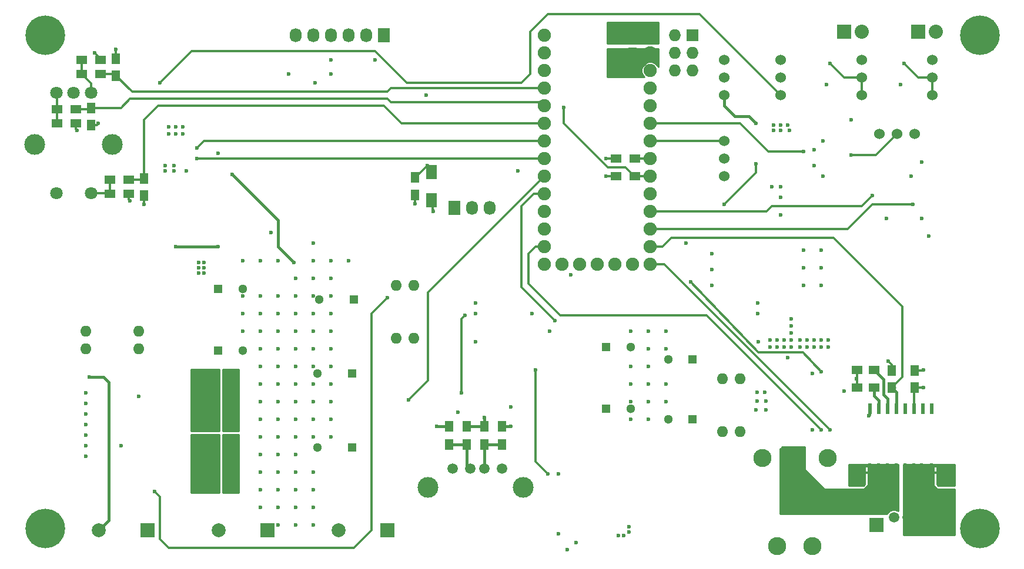
<source format=gbl>
G04 #@! TF.FileFunction,Copper,L4,Bot,Signal*
%FSLAX46Y46*%
G04 Gerber Fmt 4.6, Leading zero omitted, Abs format (unit mm)*
G04 Created by KiCad (PCBNEW (2015-06-14 BZR 5748)-product) date Saturday, August 01, 2015 'AMt' 10:31:55 AM*
%MOMM*%
G01*
G04 APERTURE LIST*
%ADD10C,0.100000*%
%ADD11R,2.032000X2.032000*%
%ADD12O,2.032000X2.032000*%
%ADD13R,2.000000X2.000000*%
%ADD14C,2.000000*%
%ADD15R,1.300000X1.300000*%
%ADD16C,1.300000*%
%ADD17R,1.250000X1.500000*%
%ADD18R,1.600000X2.000000*%
%ADD19C,1.501140*%
%ADD20C,2.999740*%
%ADD21R,1.727200X1.727200*%
%ADD22O,1.727200X1.727200*%
%ADD23R,1.727200X2.032000*%
%ADD24O,1.727200X2.032000*%
%ADD25R,1.300000X1.500000*%
%ADD26R,1.500000X1.300000*%
%ADD27C,1.800000*%
%ADD28C,3.000000*%
%ADD29C,1.524000*%
%ADD30C,2.612000*%
%ADD31O,1.600000X1.600000*%
%ADD32C,1.900000*%
%ADD33R,1.500000X1.250000*%
%ADD34R,0.600000X1.500000*%
%ADD35C,5.700000*%
%ADD36C,1.500000*%
%ADD37C,0.600000*%
%ADD38C,0.304800*%
%ADD39C,0.406400*%
%ADD40C,0.203200*%
%ADD41C,0.254000*%
G04 APERTURE END LIST*
D10*
D11*
X238506000Y-23368000D03*
D12*
X241046000Y-23368000D03*
D13*
X138120000Y-95250000D03*
D14*
X131120000Y-95250000D03*
D15*
X167640000Y-83312000D03*
D16*
X162640000Y-83312000D03*
D15*
X167894000Y-61976000D03*
D16*
X162894000Y-61976000D03*
D15*
X167640000Y-72644000D03*
D16*
X162640000Y-72644000D03*
X151836000Y-69342000D03*
D15*
X148336000Y-69342000D03*
D16*
X151836000Y-60452000D03*
D15*
X148336000Y-60452000D03*
D17*
X248666000Y-74656000D03*
X248666000Y-72156000D03*
X245364000Y-74656000D03*
X245364000Y-72156000D03*
D16*
X213162000Y-79248000D03*
D15*
X216662000Y-79248000D03*
D16*
X213162000Y-70612000D03*
D15*
X216662000Y-70612000D03*
D17*
X176657000Y-44343000D03*
X176657000Y-46843000D03*
D16*
X207716000Y-68834000D03*
D15*
X204216000Y-68834000D03*
D16*
X207716000Y-77724000D03*
D15*
X204216000Y-77724000D03*
D18*
X205740000Y-24162000D03*
X205740000Y-28162000D03*
D17*
X208026000Y-23896000D03*
X208026000Y-26396000D03*
X130048000Y-34310000D03*
X130048000Y-36810000D03*
X133604000Y-29698000D03*
X133604000Y-27198000D03*
X137668000Y-44470000D03*
X137668000Y-46970000D03*
D19*
X189230860Y-86357880D03*
X186690860Y-86357880D03*
X184658860Y-86357880D03*
X182118860Y-86357880D03*
D20*
X192278860Y-89024880D03*
X178562860Y-89024880D03*
D11*
X249174000Y-23368000D03*
D12*
X251714000Y-23368000D03*
D21*
X216662000Y-23876000D03*
D22*
X214122000Y-23876000D03*
X216662000Y-26416000D03*
X214122000Y-26416000D03*
X216662000Y-28956000D03*
X214122000Y-28956000D03*
D23*
X172212000Y-23876000D03*
D24*
X169672000Y-23876000D03*
X167132000Y-23876000D03*
X164592000Y-23876000D03*
X162052000Y-23876000D03*
X159512000Y-23876000D03*
D25*
X184150000Y-80184000D03*
X184150000Y-82884000D03*
X186690000Y-80184000D03*
X186690000Y-82884000D03*
X181610000Y-82884000D03*
X181610000Y-80184000D03*
X189230000Y-82884000D03*
X189230000Y-80184000D03*
D26*
X135462000Y-46736000D03*
X132762000Y-46736000D03*
X131398000Y-27432000D03*
X128698000Y-27432000D03*
X127842000Y-36576000D03*
X125142000Y-36576000D03*
X135462000Y-44704000D03*
X132762000Y-44704000D03*
X131398000Y-29464000D03*
X128698000Y-29464000D03*
X127842000Y-34544000D03*
X125142000Y-34544000D03*
X205660000Y-41656000D03*
X208360000Y-41656000D03*
X205660000Y-44196000D03*
X208360000Y-44196000D03*
D27*
X130008000Y-46624000D03*
X130008000Y-32124000D03*
X127508000Y-32124000D03*
X125008000Y-32124000D03*
X125008000Y-46624000D03*
D28*
X121908000Y-39624000D03*
X133108000Y-39624000D03*
D29*
X229362000Y-29972000D03*
X229362000Y-27432000D03*
X229362000Y-32512000D03*
X251206000Y-29972000D03*
X251206000Y-27432000D03*
X251206000Y-32512000D03*
X241046000Y-29972000D03*
X241046000Y-27432000D03*
X241046000Y-32512000D03*
X221234000Y-29972000D03*
X221234000Y-27432000D03*
X221234000Y-32512000D03*
X246126000Y-38100000D03*
X243586000Y-38100000D03*
X248666000Y-38100000D03*
X221234000Y-41656000D03*
X221234000Y-39116000D03*
X221234000Y-44196000D03*
D30*
X226694000Y-84836000D03*
X231394000Y-84836000D03*
X236094000Y-84836000D03*
X228854000Y-97536000D03*
X233934000Y-97536000D03*
D31*
X129286000Y-66548000D03*
X129286000Y-69088000D03*
X136906000Y-69088000D03*
X136906000Y-66548000D03*
X223520000Y-81026000D03*
X220980000Y-81026000D03*
X220980000Y-73406000D03*
X223520000Y-73406000D03*
D32*
X195326000Y-26416000D03*
X195326000Y-28956000D03*
X195326000Y-31496000D03*
X195326000Y-34036000D03*
X195326000Y-36576000D03*
X195326000Y-39116000D03*
X195326000Y-41656000D03*
X195326000Y-44196000D03*
X195326000Y-46736000D03*
X195326000Y-49276000D03*
X195326000Y-51816000D03*
X195326000Y-54356000D03*
X195326000Y-56896000D03*
X210566000Y-56896000D03*
X210566000Y-54356000D03*
X210566000Y-51816000D03*
X210566000Y-49276000D03*
X210566000Y-46736000D03*
X210566000Y-44196000D03*
X210566000Y-41656000D03*
X210566000Y-39116000D03*
X210566000Y-36576000D03*
X210566000Y-34036000D03*
X210566000Y-31496000D03*
X210566000Y-28956000D03*
X210566000Y-26416000D03*
X210566000Y-23876000D03*
X195326000Y-23876000D03*
X197866000Y-56896000D03*
X200406000Y-56896000D03*
X202946000Y-56896000D03*
X205486000Y-56896000D03*
X208026000Y-56896000D03*
D31*
X173990000Y-67564000D03*
X176530000Y-67564000D03*
X176530000Y-59944000D03*
X173990000Y-59944000D03*
D23*
X182372000Y-48768000D03*
D24*
X184912000Y-48768000D03*
X187452000Y-48768000D03*
D33*
X242804000Y-74676000D03*
X240304000Y-74676000D03*
X242804000Y-72136000D03*
X240304000Y-72136000D03*
D34*
X251079000Y-86946000D03*
X249809000Y-86946000D03*
X248539000Y-86946000D03*
X247269000Y-86946000D03*
X245999000Y-86946000D03*
X244729000Y-86946000D03*
X243459000Y-86946000D03*
X242189000Y-86946000D03*
X242189000Y-77646000D03*
X243459000Y-77646000D03*
X244729000Y-77646000D03*
X245999000Y-77646000D03*
X247269000Y-77646000D03*
X248539000Y-77646000D03*
X249809000Y-77646000D03*
X251079000Y-77646000D03*
D13*
X155392000Y-95250000D03*
D14*
X148392000Y-95250000D03*
D13*
X243134000Y-94488000D03*
D14*
X250134000Y-94488000D03*
D13*
X172664000Y-95250000D03*
D14*
X165664000Y-95250000D03*
D18*
X179070000Y-43593000D03*
X179070000Y-47593000D03*
D35*
X123396240Y-23876000D03*
X123444000Y-94996000D03*
X258064000Y-94996000D03*
X258064000Y-23876000D03*
D36*
X247634000Y-93304000D03*
X245634000Y-93304000D03*
D37*
X249936000Y-74676000D03*
X134366000Y-83058000D03*
X249682000Y-42164000D03*
X244602000Y-50292000D03*
X246634000Y-30988000D03*
X235966000Y-30988000D03*
X235458000Y-44196000D03*
X229362000Y-45720000D03*
X229362000Y-49784000D03*
X158496000Y-29464000D03*
X162306000Y-30734000D03*
X204216000Y-41656000D03*
X204216000Y-44196000D03*
X229870000Y-67818000D03*
X228854000Y-67818000D03*
X227838000Y-67818000D03*
X227838000Y-68834000D03*
X228854000Y-68834000D03*
X229870000Y-68834000D03*
X230886000Y-68834000D03*
X230886000Y-67818000D03*
X230886000Y-66802000D03*
X230886000Y-65786000D03*
X230886000Y-64770000D03*
X232156000Y-67818000D03*
X232156000Y-68834000D03*
X233172000Y-68834000D03*
X233172000Y-67818000D03*
X234188000Y-67818000D03*
X234188000Y-68834000D03*
X235204000Y-68834000D03*
X235204000Y-67818000D03*
X236220000Y-67818000D03*
X236220000Y-68834000D03*
X178435000Y-42672000D03*
X178308000Y-32512000D03*
X204724000Y-22606000D03*
X205994000Y-22606000D03*
X207264000Y-22606000D03*
X208788000Y-22606000D03*
X234188000Y-42672000D03*
X130556000Y-26416000D03*
X135636000Y-47752000D03*
X128016000Y-37592000D03*
X212852000Y-69088000D03*
X212852000Y-66548000D03*
X210312000Y-66548000D03*
X207772000Y-66548000D03*
X210312000Y-69088000D03*
X207772000Y-71628000D03*
X210312000Y-71628000D03*
X210312000Y-79248000D03*
X207772000Y-79248000D03*
X210312000Y-76708000D03*
X207772000Y-76708000D03*
X207772000Y-74168000D03*
X210312000Y-74168000D03*
X212852000Y-74168000D03*
X212852000Y-76708000D03*
X156972000Y-94488000D03*
X154432000Y-91948000D03*
X156972000Y-91948000D03*
X159512000Y-91948000D03*
X162052000Y-91948000D03*
X162052000Y-94488000D03*
X159512000Y-94488000D03*
X154432000Y-89408000D03*
X156972000Y-89408000D03*
X159512000Y-89408000D03*
X162052000Y-89408000D03*
X162052000Y-86868000D03*
X159512000Y-86868000D03*
X156972000Y-86868000D03*
X154432000Y-86868000D03*
X154432000Y-84328000D03*
X156972000Y-84328000D03*
X159512000Y-84328000D03*
X164592000Y-81788000D03*
X162052000Y-81788000D03*
X159512000Y-81788000D03*
X156972000Y-81788000D03*
X154432000Y-81788000D03*
X154432000Y-79248000D03*
X156972000Y-79248000D03*
X159512000Y-79248000D03*
X197358000Y-95758000D03*
X197358000Y-87122000D03*
X207518000Y-95504000D03*
X207518000Y-94742000D03*
X206756000Y-96012000D03*
X205994000Y-96012000D03*
X198628000Y-98044000D03*
X164592000Y-76708000D03*
X164592000Y-79248000D03*
X162052000Y-79248000D03*
X162052000Y-76708000D03*
X159512000Y-76708000D03*
X156972000Y-76708000D03*
X154432000Y-76708000D03*
X154432000Y-74168000D03*
X156972000Y-74168000D03*
X159512000Y-74168000D03*
X162052000Y-74168000D03*
X164592000Y-74168000D03*
X164592000Y-64008000D03*
X164592000Y-66548000D03*
X164592000Y-69088000D03*
X164592000Y-71628000D03*
X154432000Y-71628000D03*
X156972000Y-71628000D03*
X159512000Y-71628000D03*
X162052000Y-71628000D03*
X162052000Y-69088000D03*
X159512000Y-69088000D03*
X156972000Y-69088000D03*
X154432000Y-69088000D03*
X151892000Y-56388000D03*
X154432000Y-56388000D03*
X156972000Y-56388000D03*
X167132000Y-56388000D03*
X164592000Y-56388000D03*
X162052000Y-53848000D03*
X162052000Y-56388000D03*
X151892000Y-66548000D03*
X154432000Y-66548000D03*
X156972000Y-66548000D03*
X159512000Y-66548000D03*
X162052000Y-66548000D03*
X162052000Y-64008000D03*
X159512000Y-64008000D03*
X156972000Y-64008000D03*
X154432000Y-64008000D03*
X151892000Y-64008000D03*
X151892000Y-61468000D03*
X154432000Y-61468000D03*
X156972000Y-61468000D03*
X159512000Y-61468000D03*
X162052000Y-61468000D03*
X164592000Y-61468000D03*
X164592000Y-58928000D03*
X162052000Y-58928000D03*
X159512000Y-58928000D03*
X227203000Y-76581000D03*
X225933000Y-76581000D03*
X227203000Y-77851000D03*
X225806000Y-77851000D03*
X225933000Y-75311000D03*
X227076000Y-75311000D03*
X196088000Y-66548000D03*
X182880000Y-78232000D03*
X140716000Y-43434000D03*
X141986000Y-43434000D03*
X143764000Y-43434000D03*
X141986000Y-42672000D03*
X140716000Y-42672000D03*
X185420000Y-64008000D03*
X185420000Y-62484000D03*
X185420000Y-68072000D03*
X249682000Y-50292000D03*
X226123500Y-68008500D03*
X226060000Y-62484000D03*
X226060000Y-64008000D03*
X232664000Y-59944000D03*
X235204000Y-59944000D03*
X235204000Y-57404000D03*
X232664000Y-57404000D03*
X232664000Y-54864000D03*
X235204000Y-54864000D03*
X230378000Y-36830000D03*
X230632000Y-37592000D03*
X229362000Y-37592000D03*
X229362000Y-36830000D03*
X228346000Y-36830000D03*
X228346000Y-37592000D03*
X233934000Y-80772000D03*
X233934000Y-72644000D03*
X193548000Y-64008000D03*
X129286000Y-81534000D03*
X129286000Y-83058000D03*
X129286000Y-84582000D03*
X129286000Y-78486000D03*
X129286000Y-80010000D03*
X129286000Y-75438000D03*
X129286000Y-76962000D03*
X136906000Y-75946000D03*
X249936000Y-72136000D03*
X244856000Y-70866000D03*
X240284000Y-73406000D03*
X242062000Y-78740000D03*
X199898000Y-97028000D03*
X250698000Y-52832000D03*
X248158000Y-44196000D03*
X239522000Y-36068000D03*
X235458000Y-39116000D03*
X229362000Y-47244000D03*
X190500000Y-80264000D03*
X179832000Y-80264000D03*
X176657000Y-48133000D03*
X228092000Y-45720000D03*
X208026000Y-27686000D03*
X164592000Y-27432000D03*
X164592000Y-29464000D03*
X170942000Y-27432000D03*
X219456000Y-59944000D03*
X219456000Y-57658000D03*
X219456000Y-55372000D03*
X179324000Y-49276000D03*
X191516000Y-43434000D03*
X205740000Y-26568400D03*
X208381600Y-28956000D03*
X234188000Y-40386000D03*
X133604000Y-25908000D03*
X137668000Y-48260000D03*
X131064000Y-36576000D03*
X146304000Y-56642000D03*
X146304000Y-57404000D03*
X146304000Y-58166000D03*
X145542000Y-58166000D03*
X145542000Y-57404000D03*
X145542000Y-56642000D03*
X143256000Y-38100000D03*
X142240000Y-38100000D03*
X141224000Y-38100000D03*
X141224000Y-37084000D03*
X142240000Y-37084000D03*
X143256000Y-37084000D03*
X146304000Y-75184000D03*
X150622000Y-75946000D03*
X149352000Y-75946000D03*
X149352000Y-76962000D03*
X150622000Y-76962000D03*
X150622000Y-77978000D03*
X149352000Y-77978000D03*
X172720000Y-61722000D03*
X139192000Y-89662000D03*
X139954000Y-30734000D03*
X232664000Y-40640000D03*
X129794000Y-73152000D03*
X144780000Y-83058000D03*
X144780000Y-81788000D03*
X144780000Y-85598000D03*
X144780000Y-84328000D03*
X146304000Y-86614000D03*
X149352000Y-84328000D03*
X150622000Y-84328000D03*
X150622000Y-85344000D03*
X149352000Y-85344000D03*
X149352000Y-86360000D03*
X150622000Y-86360000D03*
X239268000Y-91948000D03*
X240284000Y-91948000D03*
X241300000Y-91948000D03*
X241300000Y-90932000D03*
X240284000Y-90932000D03*
X239268000Y-90932000D03*
X239268000Y-89916000D03*
X240284000Y-89916000D03*
X241300000Y-89916000D03*
X245999000Y-85852000D03*
X244729000Y-85852000D03*
X243459000Y-85852000D03*
X242189000Y-85852000D03*
X241046000Y-86868000D03*
X225806000Y-36576000D03*
X225806000Y-42418000D03*
X221234000Y-48260000D03*
X215709500Y-53784500D03*
X239522000Y-41148000D03*
X199136000Y-58420000D03*
X148336000Y-40894000D03*
X155956000Y-52324000D03*
X142240000Y-54356000D03*
X148336000Y-54356000D03*
X198120000Y-34290000D03*
X195834000Y-87122000D03*
X194056000Y-72136000D03*
X175768000Y-76454000D03*
X196850000Y-65024000D03*
X247142000Y-27940000D03*
X236423200Y-27889200D03*
X236474000Y-80772000D03*
X248412000Y-48260000D03*
X242570000Y-46990000D03*
X145288000Y-41656000D03*
X145288000Y-40132000D03*
X235204000Y-72390000D03*
X216408000Y-59436000D03*
X235204000Y-80772000D03*
X254000000Y-91948000D03*
X252984000Y-91948000D03*
X251968000Y-91948000D03*
X251968000Y-90932000D03*
X252984000Y-90932000D03*
X254000000Y-90932000D03*
X254000000Y-89916000D03*
X252984000Y-89916000D03*
X251968000Y-89916000D03*
X252222000Y-86995000D03*
X251079000Y-85852000D03*
X249682000Y-85852000D03*
X248539000Y-85852000D03*
X247269000Y-85852000D03*
X238506000Y-75184000D03*
X230378000Y-70358000D03*
X186690000Y-78994000D03*
X190500000Y-77470000D03*
X183896000Y-64262000D03*
X183388000Y-75438000D03*
X150368000Y-43942000D03*
X159258000Y-56642000D03*
D38*
X248666000Y-74656000D02*
X249916000Y-74656000D01*
X249916000Y-74656000D02*
X249936000Y-74676000D01*
X248539000Y-77646000D02*
X248539000Y-74783000D01*
X248539000Y-74783000D02*
X248666000Y-74656000D01*
D39*
X248539000Y-74783000D02*
X248666000Y-74656000D01*
D38*
X176637000Y-44323000D02*
X176657000Y-44343000D01*
X208046000Y-23876000D02*
X208026000Y-23896000D01*
X210566000Y-23876000D02*
X208046000Y-23876000D01*
X206006000Y-23896000D02*
X205740000Y-24162000D01*
X208026000Y-23896000D02*
X206006000Y-23896000D01*
X204216000Y-44196000D02*
X205660000Y-44196000D01*
X205660000Y-41656000D02*
X204216000Y-41656000D01*
X176657000Y-44343000D02*
X176764000Y-44343000D01*
X179070000Y-43307000D02*
X178435000Y-42672000D01*
X178435000Y-42672000D02*
X176764000Y-44343000D01*
X179070000Y-44343000D02*
X179070000Y-43307000D01*
X204724000Y-23146000D02*
X204724000Y-22606000D01*
X205994000Y-22606000D02*
X207264000Y-22606000D01*
X208788000Y-22606000D02*
X209296000Y-22606000D01*
X209296000Y-22606000D02*
X210566000Y-23876000D01*
X205740000Y-24162000D02*
X204724000Y-23146000D01*
X131398000Y-27258000D02*
X130556000Y-26416000D01*
X131398000Y-27432000D02*
X131398000Y-27258000D01*
X135462000Y-47578000D02*
X135636000Y-47752000D01*
X135462000Y-46736000D02*
X135462000Y-47578000D01*
X127842000Y-37418000D02*
X128016000Y-37592000D01*
X127842000Y-36576000D02*
X127842000Y-37418000D01*
X248666000Y-72156000D02*
X249916000Y-72156000D01*
X249916000Y-72156000D02*
X249936000Y-72136000D01*
X245364000Y-72156000D02*
X245364000Y-71374000D01*
X245364000Y-71374000D02*
X244856000Y-70866000D01*
X240304000Y-72136000D02*
X240304000Y-73386000D01*
X240304000Y-73426000D02*
X240284000Y-73406000D01*
X240304000Y-73426000D02*
X240304000Y-74676000D01*
X240304000Y-73386000D02*
X240284000Y-73406000D01*
X242189000Y-77646000D02*
X242189000Y-78613000D01*
X242189000Y-78613000D02*
X242062000Y-78740000D01*
D39*
X189310000Y-80264000D02*
X190500000Y-80264000D01*
X189230000Y-80184000D02*
X189310000Y-80264000D01*
X181610000Y-80184000D02*
X181530000Y-80264000D01*
X179832000Y-80264000D02*
X181530000Y-80264000D01*
D38*
X176657000Y-46843000D02*
X176657000Y-48133000D01*
X208026000Y-26396000D02*
X208026000Y-27686000D01*
X179324000Y-49276000D02*
X178943000Y-46843000D01*
X205740000Y-28162000D02*
X205740000Y-26568400D01*
X133604000Y-27198000D02*
X133604000Y-25908000D01*
X137668000Y-46970000D02*
X137668000Y-48260000D01*
X130830000Y-36810000D02*
X131064000Y-36576000D01*
X130048000Y-36810000D02*
X130830000Y-36810000D01*
X149352000Y-75946000D02*
X150622000Y-75946000D01*
X150622000Y-76962000D02*
X149352000Y-76962000D01*
X149352000Y-77978000D02*
X150622000Y-77978000D01*
X170434000Y-64008000D02*
X172720000Y-61722000D01*
X170434000Y-95250000D02*
X170434000Y-64008000D01*
X167894000Y-97790000D02*
X170434000Y-95250000D01*
X141224000Y-97790000D02*
X167894000Y-97790000D01*
X139954000Y-96520000D02*
X141224000Y-97790000D01*
X139954000Y-90424000D02*
X139954000Y-96520000D01*
X139192000Y-89662000D02*
X139954000Y-90424000D01*
D39*
X245999000Y-75291000D02*
X245364000Y-74656000D01*
X245999000Y-77646000D02*
X245999000Y-75291000D01*
D40*
X245364000Y-74656000D02*
X245892000Y-74656000D01*
D38*
X212344000Y-54356000D02*
X213614000Y-53086000D01*
X213614000Y-53086000D02*
X236982000Y-53086000D01*
X236982000Y-53086000D02*
X246888000Y-62992000D01*
X246888000Y-62992000D02*
X246888000Y-73132000D01*
X246888000Y-73132000D02*
X245364000Y-74656000D01*
X210566000Y-54356000D02*
X212344000Y-54356000D01*
X175514000Y-30734000D02*
X170942000Y-26162000D01*
X144526000Y-26162000D02*
X139954000Y-30734000D01*
X170942000Y-26162000D02*
X144526000Y-26162000D01*
X229362000Y-32512000D02*
X217678000Y-20828000D01*
X175507947Y-30695258D02*
X175514000Y-30734000D01*
X175514000Y-30734000D02*
X175507947Y-30695258D01*
X192024000Y-30734000D02*
X175514000Y-30734000D01*
X193294000Y-29464000D02*
X192024000Y-30734000D01*
X193294000Y-23368000D02*
X193294000Y-29464000D01*
X195834000Y-20828000D02*
X193294000Y-23368000D01*
X217678000Y-20828000D02*
X195834000Y-20828000D01*
X223520000Y-36576000D02*
X227584000Y-40640000D01*
X227584000Y-40640000D02*
X232664000Y-40640000D01*
X210566000Y-36576000D02*
X223520000Y-36576000D01*
D39*
X132588000Y-89916000D02*
X132588000Y-93782000D01*
X132588000Y-93782000D02*
X131120000Y-95250000D01*
X131826000Y-73152000D02*
X132588000Y-73914000D01*
X131572000Y-73152000D02*
X131826000Y-73152000D01*
X131318000Y-73152000D02*
X131572000Y-73152000D01*
X131064000Y-73152000D02*
X131318000Y-73152000D01*
X130556000Y-73152000D02*
X131064000Y-73152000D01*
X129794000Y-73152000D02*
X130556000Y-73152000D01*
X132588000Y-73914000D02*
X132588000Y-89916000D01*
D38*
X144780000Y-81788000D02*
X144780000Y-83058000D01*
X144780000Y-84328000D02*
X144780000Y-85598000D01*
X149352000Y-84328000D02*
X150622000Y-84328000D01*
X150622000Y-85344000D02*
X149352000Y-85344000D01*
X149352000Y-86360000D02*
X150622000Y-86360000D01*
X242189000Y-86946000D02*
X242189000Y-89027000D01*
X240284000Y-91948000D02*
X239268000Y-91948000D01*
X241300000Y-90932000D02*
X241300000Y-91948000D01*
X239268000Y-90932000D02*
X240284000Y-90932000D01*
X240284000Y-89916000D02*
X239268000Y-89916000D01*
X242189000Y-89027000D02*
X241300000Y-89916000D01*
X244729000Y-86946000D02*
X244729000Y-85852000D01*
X245999000Y-85852000D02*
X245999000Y-86946000D01*
X242189000Y-86946000D02*
X242189000Y-85852000D01*
X243459000Y-85852000D02*
X243459000Y-86946000D01*
X242189000Y-86946000D02*
X241124000Y-86946000D01*
X241124000Y-86946000D02*
X241046000Y-86868000D01*
D39*
X221234000Y-34036000D02*
X222758000Y-35560000D01*
X222758000Y-35560000D02*
X224790000Y-35560000D01*
X224790000Y-35560000D02*
X225806000Y-36576000D01*
X221234000Y-32512000D02*
X221234000Y-34036000D01*
D38*
X225806000Y-42418000D02*
X225806000Y-43688000D01*
X225806000Y-43688000D02*
X221234000Y-48260000D01*
X194818000Y-33528000D02*
X195326000Y-34036000D01*
X134346000Y-34310000D02*
X135636000Y-33020000D01*
X135636000Y-33020000D02*
X172720000Y-33020000D01*
X172720000Y-33020000D02*
X173228000Y-33528000D01*
X173228000Y-33528000D02*
X194818000Y-33528000D01*
X130048000Y-34310000D02*
X134346000Y-34310000D01*
X129814000Y-34544000D02*
X130048000Y-34310000D01*
X127842000Y-34544000D02*
X129814000Y-34544000D01*
X173228000Y-31496000D02*
X172720000Y-32004000D01*
X172720000Y-32004000D02*
X135910000Y-32004000D01*
X135910000Y-32004000D02*
X133604000Y-29698000D01*
X195326000Y-31496000D02*
X173228000Y-31496000D01*
X133370000Y-29464000D02*
X133604000Y-29698000D01*
X131398000Y-29464000D02*
X133370000Y-29464000D01*
X239522000Y-41148000D02*
X243078000Y-41148000D01*
X243078000Y-41148000D02*
X246126000Y-38100000D01*
X210566000Y-39116000D02*
X221234000Y-39116000D01*
X174752000Y-36576000D02*
X172212000Y-34036000D01*
X172212000Y-34036000D02*
X139700000Y-34036000D01*
X139700000Y-34036000D02*
X137668000Y-36068000D01*
X137668000Y-36068000D02*
X137668000Y-44470000D01*
X195326000Y-36576000D02*
X174752000Y-36576000D01*
X137434000Y-44704000D02*
X137668000Y-44470000D01*
X135462000Y-44704000D02*
X137434000Y-44704000D01*
D39*
X142240000Y-54356000D02*
X148336000Y-54356000D01*
X186690000Y-86357020D02*
X186690860Y-86357880D01*
X186690000Y-82884000D02*
X186690000Y-86357020D01*
X189230000Y-82884000D02*
X186690000Y-82884000D01*
X184150000Y-85849020D02*
X184150000Y-82884000D01*
X184658860Y-86357880D02*
X184150000Y-85849020D01*
X184150000Y-82884000D02*
X181610000Y-82884000D01*
D38*
X208360000Y-44196000D02*
X208280000Y-44196000D01*
X208280000Y-44196000D02*
X207010000Y-42926000D01*
X198120000Y-36576000D02*
X198120000Y-34290000D01*
X204470000Y-42926000D02*
X198120000Y-36576000D01*
X207010000Y-42926000D02*
X204470000Y-42926000D01*
X208360000Y-44196000D02*
X210566000Y-44196000D01*
X208360000Y-41656000D02*
X210566000Y-41656000D01*
X195834000Y-87122000D02*
X194056000Y-85344000D01*
X194056000Y-85344000D02*
X194056000Y-72136000D01*
X178562000Y-60960000D02*
X178562000Y-73406000D01*
X178562000Y-73406000D02*
X178562000Y-73660000D01*
X178562000Y-73660000D02*
X175768000Y-76454000D01*
X195326000Y-44196000D02*
X178562000Y-60960000D01*
X193802000Y-46736000D02*
X192024000Y-48514000D01*
X192024000Y-48514000D02*
X192024000Y-60198000D01*
X192024000Y-60198000D02*
X196850000Y-65024000D01*
X195326000Y-46736000D02*
X193802000Y-46736000D01*
X249123200Y-29921200D02*
X247142000Y-27940000D01*
X249174000Y-29921200D02*
X249123200Y-29921200D01*
X249174000Y-29972000D02*
X249174000Y-29921200D01*
X251206000Y-29972000D02*
X249174000Y-29972000D01*
X251206000Y-32512000D02*
X251206000Y-29972000D01*
X238506000Y-29972000D02*
X236423200Y-27889200D01*
X238556800Y-29972000D02*
X238506000Y-29972000D01*
X241046000Y-29972000D02*
X238556800Y-29972000D01*
X241046000Y-32512000D02*
X241046000Y-29972000D01*
X212598000Y-56896000D02*
X236474000Y-80772000D01*
X210566000Y-56896000D02*
X212598000Y-56896000D01*
X132650000Y-46624000D02*
X132762000Y-46736000D01*
X130008000Y-46624000D02*
X132650000Y-46624000D01*
X132762000Y-46736000D02*
X132762000Y-44704000D01*
X130008000Y-30774000D02*
X128698000Y-29464000D01*
X130008000Y-32124000D02*
X130008000Y-30774000D01*
X128698000Y-29464000D02*
X128698000Y-27432000D01*
X125142000Y-36576000D02*
X125142000Y-34544000D01*
X125142000Y-32258000D02*
X125008000Y-32124000D01*
X125142000Y-34544000D02*
X125142000Y-32258000D01*
X248412000Y-48260000D02*
X242570000Y-48260000D01*
X242570000Y-48260000D02*
X239014000Y-51816000D01*
X239014000Y-51816000D02*
X210566000Y-51816000D01*
X241046000Y-48514000D02*
X242570000Y-46990000D01*
X228092000Y-48514000D02*
X241046000Y-48514000D01*
X227330000Y-49276000D02*
X228092000Y-48514000D01*
X210566000Y-49276000D02*
X227330000Y-49276000D01*
X145288000Y-41656000D02*
X152654000Y-41656000D01*
X152654000Y-41656000D02*
X195326000Y-41656000D01*
X145288000Y-40132000D02*
X146304000Y-39116000D01*
X146304000Y-39116000D02*
X195326000Y-39116000D01*
X235204000Y-72390000D02*
X232537000Y-69532500D01*
X232537000Y-69532500D02*
X226123500Y-69532500D01*
X226123500Y-69532500D02*
X216408000Y-59436000D01*
X195326000Y-54356000D02*
X194056000Y-54356000D01*
X218694000Y-64262000D02*
X235204000Y-80772000D01*
X197612000Y-64262000D02*
X218694000Y-64262000D01*
X193040000Y-59690000D02*
X197612000Y-64262000D01*
X193040000Y-55372000D02*
X193040000Y-59690000D01*
X194056000Y-54356000D02*
X193040000Y-55372000D01*
D39*
X243459000Y-76513000D02*
X242804000Y-75858000D01*
X242804000Y-75858000D02*
X242804000Y-74676000D01*
X243459000Y-77646000D02*
X243459000Y-76513000D01*
X244729000Y-76283000D02*
X244110000Y-75664000D01*
X244110000Y-75664000D02*
X244110000Y-73442000D01*
X244110000Y-73442000D02*
X242804000Y-72136000D01*
X244729000Y-77646000D02*
X244729000Y-76283000D01*
D38*
X247269000Y-86946000D02*
X248998000Y-86946000D01*
X252984000Y-91948000D02*
X254000000Y-91948000D01*
X251968000Y-90932000D02*
X251968000Y-91948000D01*
X254000000Y-90932000D02*
X252984000Y-90932000D01*
X252984000Y-89916000D02*
X254000000Y-89916000D01*
X248998000Y-86946000D02*
X251968000Y-89916000D01*
X251079000Y-86946000D02*
X252173000Y-86946000D01*
X252173000Y-86946000D02*
X252222000Y-86995000D01*
X249809000Y-86946000D02*
X249809000Y-85852000D01*
X251079000Y-85852000D02*
X251079000Y-86946000D01*
X249809000Y-85852000D02*
X249682000Y-85852000D01*
X247269000Y-86946000D02*
X247269000Y-85852000D01*
X248539000Y-85852000D02*
X248539000Y-86946000D01*
D39*
X184150000Y-80184000D02*
X186690000Y-80184000D01*
X186690000Y-80184000D02*
X186690000Y-78994000D01*
D38*
X183388000Y-64770000D02*
X183896000Y-64262000D01*
X183388000Y-75438000D02*
X183388000Y-64770000D01*
D39*
X156972000Y-50546000D02*
X150368000Y-43942000D01*
X156972000Y-54356000D02*
X156972000Y-50546000D01*
X159258000Y-56642000D02*
X156972000Y-54356000D01*
D41*
G36*
X211709000Y-25019000D02*
X204343000Y-25019000D01*
X204343000Y-21971000D01*
X211709000Y-21971000D01*
X211709000Y-25019000D01*
X211709000Y-25019000D01*
G37*
X211709000Y-25019000D02*
X204343000Y-25019000D01*
X204343000Y-21971000D01*
X211709000Y-21971000D01*
X211709000Y-25019000D01*
G36*
X211709000Y-28378264D02*
X211649219Y-28233583D01*
X211290307Y-27874043D01*
X210821125Y-27679222D01*
X210313103Y-27678779D01*
X209843583Y-27872781D01*
X209484043Y-28231693D01*
X209289222Y-28700875D01*
X209288779Y-29208897D01*
X209482781Y-29678417D01*
X209649073Y-29845000D01*
X204343000Y-29845000D01*
X204343000Y-25781000D01*
X211709000Y-25781000D01*
X211709000Y-28378264D01*
X211709000Y-28378264D01*
G37*
X211709000Y-28378264D02*
X211649219Y-28233583D01*
X211290307Y-27874043D01*
X210821125Y-27679222D01*
X210313103Y-27678779D01*
X209843583Y-27872781D01*
X209484043Y-28231693D01*
X209289222Y-28700875D01*
X209288779Y-29208897D01*
X209482781Y-29678417D01*
X209649073Y-29845000D01*
X204343000Y-29845000D01*
X204343000Y-25781000D01*
X211709000Y-25781000D01*
X211709000Y-28378264D01*
G36*
X148463000Y-89789000D02*
X144399000Y-89789000D01*
X144399000Y-81407000D01*
X148463000Y-81407000D01*
X148463000Y-89789000D01*
X148463000Y-89789000D01*
G37*
X148463000Y-89789000D02*
X144399000Y-89789000D01*
X144399000Y-81407000D01*
X148463000Y-81407000D01*
X148463000Y-89789000D01*
G36*
X151257000Y-89789000D02*
X148971000Y-89789000D01*
X148971000Y-81407000D01*
X151257000Y-81407000D01*
X151257000Y-89789000D01*
X151257000Y-89789000D01*
G37*
X151257000Y-89789000D02*
X148971000Y-89789000D01*
X148971000Y-81407000D01*
X151257000Y-81407000D01*
X151257000Y-89789000D01*
G36*
X148463000Y-80899000D02*
X144399000Y-80899000D01*
X144399000Y-72009000D01*
X148463000Y-72009000D01*
X148463000Y-80899000D01*
X148463000Y-80899000D01*
G37*
X148463000Y-80899000D02*
X144399000Y-80899000D01*
X144399000Y-72009000D01*
X148463000Y-72009000D01*
X148463000Y-80899000D01*
G36*
X151257000Y-80899000D02*
X148971000Y-80899000D01*
X148971000Y-72009000D01*
X151257000Y-72009000D01*
X151257000Y-80899000D01*
X151257000Y-80899000D01*
G37*
X151257000Y-80899000D02*
X148971000Y-80899000D01*
X148971000Y-72009000D01*
X151257000Y-72009000D01*
X151257000Y-80899000D01*
G36*
X254381000Y-88773000D02*
X252020605Y-88773000D01*
X251841000Y-88593394D01*
X251841000Y-86106000D01*
X251831333Y-86057399D01*
X251803803Y-86016197D01*
X251762601Y-85988667D01*
X251714000Y-85979000D01*
X251460000Y-85979000D01*
X251411399Y-85988667D01*
X251370197Y-86016197D01*
X251342667Y-86057399D01*
X251333000Y-86106000D01*
X251333000Y-88645994D01*
X251332999Y-88646000D01*
X251342667Y-88694601D01*
X251370197Y-88735803D01*
X251878194Y-89243799D01*
X251878197Y-89243803D01*
X251919399Y-89271333D01*
X251968000Y-89281000D01*
X254381000Y-89281000D01*
X254381000Y-95885000D01*
X247015000Y-95885000D01*
X247015000Y-85725000D01*
X254381000Y-85725000D01*
X254381000Y-88773000D01*
X254381000Y-88773000D01*
G37*
X254381000Y-88773000D02*
X252020605Y-88773000D01*
X251841000Y-88593394D01*
X251841000Y-86106000D01*
X251831333Y-86057399D01*
X251803803Y-86016197D01*
X251762601Y-85988667D01*
X251714000Y-85979000D01*
X251460000Y-85979000D01*
X251411399Y-85988667D01*
X251370197Y-86016197D01*
X251342667Y-86057399D01*
X251333000Y-86106000D01*
X251333000Y-88645994D01*
X251332999Y-88646000D01*
X251342667Y-88694601D01*
X251370197Y-88735803D01*
X251878194Y-89243799D01*
X251878197Y-89243803D01*
X251919399Y-89271333D01*
X251968000Y-89281000D01*
X254381000Y-89281000D01*
X254381000Y-95885000D01*
X247015000Y-95885000D01*
X247015000Y-85725000D01*
X254381000Y-85725000D01*
X254381000Y-88773000D01*
G36*
X232791000Y-86359994D02*
X232790999Y-86360000D01*
X232800667Y-86408601D01*
X232828197Y-86449803D01*
X235622194Y-89243799D01*
X235622197Y-89243803D01*
X235622198Y-89243803D01*
X235663399Y-89271333D01*
X235712000Y-89281001D01*
X235712000Y-89281000D01*
X241299994Y-89281000D01*
X241300000Y-89281001D01*
X241300000Y-89281000D01*
X241348601Y-89271333D01*
X241389803Y-89243803D01*
X241897799Y-88735805D01*
X241897802Y-88735803D01*
X241897803Y-88735803D01*
X241925333Y-88694601D01*
X241935000Y-88646000D01*
X241935000Y-86106000D01*
X241925333Y-86057399D01*
X241897803Y-86016197D01*
X241856601Y-85988667D01*
X241808000Y-85979000D01*
X241554000Y-85979000D01*
X241505399Y-85988667D01*
X241464197Y-86016197D01*
X241436667Y-86057399D01*
X241427000Y-86106000D01*
X241427000Y-88593394D01*
X241247394Y-88773000D01*
X239141000Y-88773000D01*
X239141000Y-85725000D01*
X246253000Y-85725000D01*
X246253000Y-92399642D01*
X246244868Y-92391496D01*
X245849168Y-92227187D01*
X245420711Y-92226813D01*
X245024725Y-92390431D01*
X244721496Y-92693132D01*
X244661757Y-92837000D01*
X229235000Y-92837000D01*
X229235000Y-83439000D01*
X229362000Y-83439000D01*
X229410601Y-83429333D01*
X229451803Y-83401803D01*
X229479333Y-83360601D01*
X229489000Y-83312000D01*
X229489000Y-83185000D01*
X232791000Y-83185000D01*
X232791000Y-86359994D01*
X232791000Y-86359994D01*
G37*
X232791000Y-86359994D02*
X232790999Y-86360000D01*
X232800667Y-86408601D01*
X232828197Y-86449803D01*
X235622194Y-89243799D01*
X235622197Y-89243803D01*
X235622198Y-89243803D01*
X235663399Y-89271333D01*
X235712000Y-89281001D01*
X235712000Y-89281000D01*
X241299994Y-89281000D01*
X241300000Y-89281001D01*
X241300000Y-89281000D01*
X241348601Y-89271333D01*
X241389803Y-89243803D01*
X241897799Y-88735805D01*
X241897802Y-88735803D01*
X241897803Y-88735803D01*
X241925333Y-88694601D01*
X241935000Y-88646000D01*
X241935000Y-86106000D01*
X241925333Y-86057399D01*
X241897803Y-86016197D01*
X241856601Y-85988667D01*
X241808000Y-85979000D01*
X241554000Y-85979000D01*
X241505399Y-85988667D01*
X241464197Y-86016197D01*
X241436667Y-86057399D01*
X241427000Y-86106000D01*
X241427000Y-88593394D01*
X241247394Y-88773000D01*
X239141000Y-88773000D01*
X239141000Y-85725000D01*
X246253000Y-85725000D01*
X246253000Y-92399642D01*
X246244868Y-92391496D01*
X245849168Y-92227187D01*
X245420711Y-92226813D01*
X245024725Y-92390431D01*
X244721496Y-92693132D01*
X244661757Y-92837000D01*
X229235000Y-92837000D01*
X229235000Y-83439000D01*
X229362000Y-83439000D01*
X229410601Y-83429333D01*
X229451803Y-83401803D01*
X229479333Y-83360601D01*
X229489000Y-83312000D01*
X229489000Y-83185000D01*
X232791000Y-83185000D01*
X232791000Y-86359994D01*
M02*

</source>
